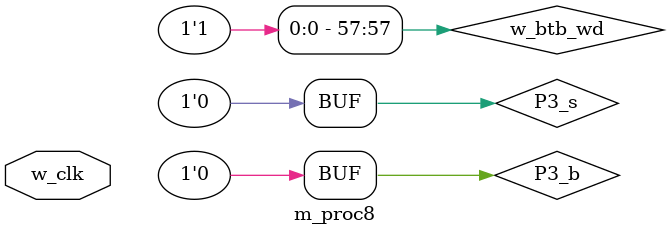
<source format=v>
module m_proc8(w_clk);
  input wire w_clk;
  reg [31:0] P1_ir=32'h13, P1_pc=0, P2_pc=0, P3_pc=0;
  reg [31:0] P2_r1=0, P2_s2=0, P2_r2=0, P2_tpc=0;
  reg [31:0] P3_alu=0, P3_ldd=0;
  reg P2_r=0, P2_s=0, P2_b=0, P2_ld=0, P3_s=0, P3_b=0, P3_ld=0;
  reg [4:0] P2_rd=0, P2_rs1=0, P2_rs2=0, P3_rd=0;
  reg P1_v=0, P2_v=0, P3_v=0;
  wire [31:0] w_npc, w_ir, w_imm, w_r1, w_r2, w_s2, w_rt;
  wire [31:0] w_alu, w_ldd, w_tpc, w_pcin, w_in1, w_in2, w_in3;
  wire w_r, w_i, w_s, w_b, w_u, w_j, w_ld, w_tkn;
  reg [31:0] r_pc=0;
  wire [31:0] w_ppc;
  wire w_pred;
  m_gshare m15 (w_clk, r_pc[6:2], w_pred, P2_pc[6:2],
             P2_v & P2_b, w_tkn);
  wire [57:0] w_btb_wd = {1'b1, P2_pc[31:7], P2_tpc};
  wire w_hit;
  m_btb m14 (w_clk, r_pc, w_hit, w_ppc,
             P2_pc[6:2], P2_v & P2_b, w_btb_wd);
  wire w_bp_tkn = w_pred & w_hit;
  wire [31:0] w_truepc = (P2_v & P2_b & w_tkn) ? P2_tpc : P2_pc+4;
  wire w_miss = P2_v & P2_b & P1_v & (P1_pc!=w_truepc);
  assign w_pcin = (w_miss) ? w_truepc : (w_bp_tkn) ? w_ppc : w_npc;
  m_adder m2 (32'h4, r_pc, w_npc);
  m_am_imem m3 (r_pc, w_ir);
  m_gen_imm m4 (P1_ir, w_imm, w_r, w_i, w_s, w_b, w_u, w_j, w_ld);
  m_RF2 m5 (w_clk, P1_ir[19:15], P1_ir[24:20], w_r1, w_r2,
          P3_rd, !P3_s & !P3_b & P3_v, w_rt);
  m_adder m6 (w_imm, P1_pc, w_tpc);
  m_mux m7 (w_r2, w_imm, !w_r & !w_b, w_s2);
  always @(posedge w_clk) begin
    {P1_v, P2_v, P3_v} <= {!w_miss, !w_miss & P1_v, P2_v};
    {r_pc, P1_ir, P1_pc, P2_pc} <= {w_pcin, w_ir, r_pc, P1_pc};
    {P2_r1, P2_r2, P2_s2, P2_tpc} <= {w_r1, w_r2, w_s2, w_tpc};
    {P2_r, P2_s, P2_b, P2_ld} <= {w_r, w_s, w_b, w_ld};
    {P2_rs2, P2_rs1, P2_rd} <= {P1_ir[24:15], P1_ir[11:7]};
    {P3_pc, P3_ld} <= {P2_pc, P2_ld};
    {P3_alu, P3_ldd, P3_rd} <= {w_alu, w_ldd, P2_rd};
  end
  m_alu m8 (w_in1, w_in2, w_alu, w_tkn);
  m_am_dmem m9 (w_clk, w_alu, P2_s & P2_v, w_in3, w_ldd);
  m_mux m10 (P3_alu, P3_ldd, P3_ld, w_rt);
  wire w_f =!P3_s & !P3_b & |P3_rd & P3_v;
  m_mux m11 (P2_r1, w_rt, w_f & P2_rs1==P3_rd, w_in1);
  m_mux M12 (P2_s2, w_rt, w_f & P2_rs2==P3_rd & (P2_r|P2_b), w_in2);
  m_mux m13 (P2_r2, w_rt, w_f & P2_rs2==P3_rd, w_in3);
endmodule

</source>
